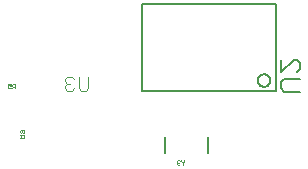
<source format=gbo>
G75*
%MOIN*%
%OFA0B0*%
%FSLAX24Y24*%
%IPPOS*%
%LPD*%
%AMOC8*
5,1,8,0,0,1.08239X$1,22.5*
%
%ADD10C,0.0060*%
%ADD11C,0.0070*%
%ADD12C,0.0040*%
%ADD13C,0.0010*%
%ADD14C,0.0080*%
D10*
X007283Y005395D02*
X007283Y008295D01*
X011733Y008295D01*
X011733Y005395D01*
X007283Y005395D01*
X011133Y005755D02*
X011135Y005784D01*
X011141Y005812D01*
X011150Y005839D01*
X011164Y005864D01*
X011180Y005888D01*
X011200Y005908D01*
X011222Y005927D01*
X011246Y005941D01*
X011273Y005953D01*
X011300Y005961D01*
X011329Y005965D01*
X011357Y005965D01*
X011386Y005961D01*
X011413Y005953D01*
X011440Y005941D01*
X011464Y005927D01*
X011486Y005908D01*
X011506Y005888D01*
X011522Y005864D01*
X011536Y005839D01*
X011545Y005812D01*
X011551Y005784D01*
X011553Y005755D01*
X011551Y005726D01*
X011545Y005698D01*
X011536Y005671D01*
X011522Y005646D01*
X011506Y005622D01*
X011486Y005602D01*
X011464Y005583D01*
X011440Y005569D01*
X011413Y005557D01*
X011386Y005549D01*
X011357Y005545D01*
X011329Y005545D01*
X011300Y005549D01*
X011273Y005557D01*
X011246Y005569D01*
X011222Y005583D01*
X011200Y005602D01*
X011180Y005622D01*
X011164Y005646D01*
X011150Y005671D01*
X011141Y005698D01*
X011135Y005726D01*
X011133Y005755D01*
D11*
X011923Y005700D02*
X011923Y005490D01*
X012028Y005385D01*
X012554Y005385D01*
X012554Y005805D02*
X012028Y005805D01*
X011923Y005700D01*
X011923Y006030D02*
X012344Y006450D01*
X012449Y006450D01*
X012554Y006345D01*
X012554Y006135D01*
X012449Y006030D01*
X011923Y006030D02*
X011923Y006450D01*
D12*
X005483Y005880D02*
X005483Y005497D01*
X005406Y005420D01*
X005253Y005420D01*
X005176Y005497D01*
X005176Y005880D01*
X005023Y005804D02*
X004946Y005880D01*
X004793Y005880D01*
X004716Y005804D01*
X004716Y005727D01*
X004793Y005650D01*
X004716Y005573D01*
X004716Y005497D01*
X004793Y005420D01*
X004946Y005420D01*
X005023Y005497D01*
X004869Y005650D02*
X004793Y005650D01*
D13*
X003358Y003855D02*
X003208Y003855D01*
X003258Y003855D02*
X003258Y003930D01*
X003283Y003955D01*
X003333Y003955D01*
X003358Y003930D01*
X003358Y003855D01*
X003258Y003905D02*
X003208Y003955D01*
X003233Y004002D02*
X003208Y004027D01*
X003208Y004077D01*
X003233Y004102D01*
X003333Y004102D01*
X003358Y004077D01*
X003358Y004027D01*
X003333Y004002D01*
X003308Y004002D01*
X003283Y004027D01*
X003283Y004102D01*
X003043Y005495D02*
X003043Y005645D01*
X002968Y005645D01*
X002943Y005620D01*
X002943Y005570D01*
X002968Y005545D01*
X003043Y005545D01*
X002993Y005545D02*
X002943Y005495D01*
X002896Y005520D02*
X002871Y005495D01*
X002820Y005495D01*
X002795Y005520D01*
X002795Y005570D01*
X002820Y005595D01*
X002845Y005595D01*
X002896Y005570D01*
X002896Y005645D01*
X002795Y005645D01*
X008445Y003070D02*
X008445Y003045D01*
X008470Y003020D01*
X008445Y002995D01*
X008445Y002970D01*
X008470Y002945D01*
X008521Y002945D01*
X008546Y002970D01*
X008495Y003020D02*
X008470Y003020D01*
X008445Y003070D02*
X008470Y003095D01*
X008521Y003095D01*
X008546Y003070D01*
X008593Y003070D02*
X008593Y003095D01*
X008593Y003070D02*
X008643Y003020D01*
X008643Y002945D01*
X008643Y003020D02*
X008693Y003070D01*
X008693Y003095D01*
D14*
X008045Y003344D02*
X008045Y003856D01*
X009462Y003856D02*
X009462Y003344D01*
M02*

</source>
